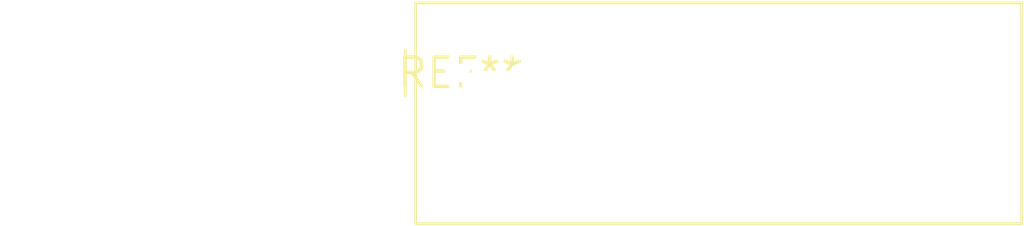
<source format=kicad_pcb>
(kicad_pcb (version 20240108) (generator pcbnew)
  (layers (0 "F.Cu" signal) (31 "B.Cu" signal) (34 "B.Paste" user) (35 "F.Paste" user) (36 "B.SilkS" user "B.Silkscreen") (37 "F.SilkS" user "F.Silkscreen") (38 "B.Mask" user) (39 "F.Mask" user) (44 "Edge.Cuts" user))
  (net 0 "")
  (footprint "Converter_DCDC_TRACO_TMR-2xxxxWI_THT" (layer "F.Cu") (at 0 0)
    (property "Reference" "REF**")
    (property "Value" "Converter_DCDC_TRACO_TMR-2xxxxWI_THT")
    (fp_line (start -2.4 -1) (end -2.4 1) (layer "F.SilkS") (stroke (width 0.12)))
    (fp_line (start -1.95 -3.05) (end 24.35 -3.05) (layer "F.SilkS") (stroke (width 0.12)))
    (fp_line (start -1.95 6.55) (end -1.95 -3.05) (layer "F.SilkS") (stroke (width 0.12)))
    (fp_line (start 24.35 -3.05) (end 24.35 6.55) (layer "F.SilkS") (stroke (width 0.12)))
    (fp_line (start 24.35 6.55) (end -1.95 6.55) (layer "F.SilkS") (stroke (width 0.12)))
    (pad "1" thru_hole rect (at 0 0) (size 1.5 3) (drill 0.8) (layers *.Cu *.Mask) (remove_unused_layers))
    (pad "2" thru_hole oval (at 2.54 0) (size 1.5 3) (drill 0.8) (layers *.Cu *.Mask) (remove_unused_layers))
    (pad "3" thru_hole oval (at 5.08 0) (size 1.5 3) (drill 0.8) (layers *.Cu *.Mask) (remove_unused_layers))
    (pad "6" thru_hole oval (at 12.7 0) (size 1.5 3) (drill 0.8) (layers *.Cu *.Mask) (remove_unused_layers))
    (pad "7" thru_hole oval (at 15.24 0) (size 1.5 3) (drill 0.8) (layers *.Cu *.Mask) (remove_unused_layers))
    (pad "8" thru_hole oval (at 17.78 0) (size 1.5 3) (drill 0.8) (layers *.Cu *.Mask) (remove_unused_layers))
    (pad "9" thru_hole oval (at 20.32 0) (size 1.5 3) (drill 0.8) (layers *.Cu *.Mask) (remove_unused_layers))
  )
)
</source>
